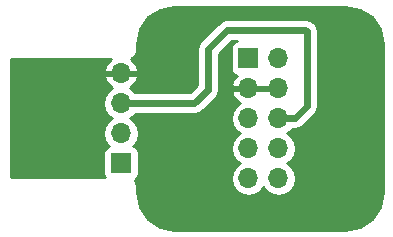
<source format=gbl>
G04 #@! TF.FileFunction,Copper,L2,Bot,Signal*
%FSLAX46Y46*%
G04 Gerber Fmt 4.6, Leading zero omitted, Abs format (unit mm)*
G04 Created by KiCad (PCBNEW 4.0.7) date 07/18/19 16:35:03*
%MOMM*%
%LPD*%
G01*
G04 APERTURE LIST*
%ADD10C,0.100000*%
%ADD11R,1.700000X1.700000*%
%ADD12O,1.700000X1.700000*%
%ADD13C,0.600000*%
%ADD14C,0.254000*%
G04 APERTURE END LIST*
D10*
D11*
X154305000Y-111760000D03*
D12*
X154305000Y-109220000D03*
X154305000Y-106680000D03*
X154305000Y-104140000D03*
D11*
X165100000Y-102870000D03*
D12*
X167640000Y-102870000D03*
X165100000Y-105410000D03*
X167640000Y-105410000D03*
X165100000Y-107950000D03*
X167640000Y-107950000D03*
X165100000Y-110490000D03*
X167640000Y-110490000D03*
X165100000Y-113030000D03*
X167640000Y-113030000D03*
D13*
X167640000Y-107950000D02*
X169037000Y-107950000D01*
X160528000Y-106680000D02*
X154305000Y-106680000D01*
X161671000Y-105537000D02*
X160528000Y-106680000D01*
X161671000Y-102108000D02*
X161671000Y-105537000D01*
X163322000Y-100457000D02*
X161671000Y-102108000D01*
X169926000Y-100457000D02*
X163322000Y-100457000D01*
X170053000Y-100584000D02*
X169926000Y-100457000D01*
X170053000Y-106934000D02*
X170053000Y-100584000D01*
X169037000Y-107950000D02*
X170053000Y-106934000D01*
D14*
G36*
X174535995Y-98748824D02*
X175537196Y-99417804D01*
X176206175Y-100419005D01*
X176455000Y-101669931D01*
X176455000Y-114230069D01*
X176206175Y-115480995D01*
X175537196Y-116482196D01*
X174535995Y-117151176D01*
X173285069Y-117400000D01*
X158819931Y-117400000D01*
X157569005Y-117151175D01*
X156567804Y-116482196D01*
X155898824Y-115480995D01*
X155650000Y-114230069D01*
X155650000Y-113665000D01*
X155595954Y-113393295D01*
X155449953Y-113174787D01*
X155606441Y-113074090D01*
X155751431Y-112861890D01*
X155802440Y-112610000D01*
X155802440Y-110910000D01*
X155758162Y-110674683D01*
X155619090Y-110458559D01*
X155406890Y-110313569D01*
X155339459Y-110299914D01*
X155384147Y-110270054D01*
X155706054Y-109788285D01*
X155819093Y-109220000D01*
X155706054Y-108651715D01*
X155384147Y-108169946D01*
X155054974Y-107950000D01*
X155384147Y-107730054D01*
X155461023Y-107615000D01*
X160528000Y-107615000D01*
X160885809Y-107543827D01*
X161189145Y-107341145D01*
X162332145Y-106198145D01*
X162534827Y-105894809D01*
X162606000Y-105537000D01*
X162606000Y-102495290D01*
X163709290Y-101392000D01*
X164146685Y-101392000D01*
X164014683Y-101416838D01*
X163798559Y-101555910D01*
X163653569Y-101768110D01*
X163602560Y-102020000D01*
X163602560Y-103720000D01*
X163646838Y-103955317D01*
X163785910Y-104171441D01*
X163998110Y-104316431D01*
X164106107Y-104338301D01*
X163828355Y-104643076D01*
X163658524Y-105053110D01*
X163779845Y-105283000D01*
X164973000Y-105283000D01*
X164973000Y-105263000D01*
X165227000Y-105263000D01*
X165227000Y-105283000D01*
X167513000Y-105283000D01*
X167513000Y-105263000D01*
X167767000Y-105263000D01*
X167767000Y-105283000D01*
X167787000Y-105283000D01*
X167787000Y-105537000D01*
X167767000Y-105537000D01*
X167767000Y-105557000D01*
X167513000Y-105557000D01*
X167513000Y-105537000D01*
X165227000Y-105537000D01*
X165227000Y-105557000D01*
X164973000Y-105557000D01*
X164973000Y-105537000D01*
X163779845Y-105537000D01*
X163658524Y-105766890D01*
X163828355Y-106176924D01*
X164218642Y-106605183D01*
X164361553Y-106672298D01*
X164020853Y-106899946D01*
X163698946Y-107381715D01*
X163585907Y-107950000D01*
X163698946Y-108518285D01*
X164020853Y-109000054D01*
X164350026Y-109220000D01*
X164020853Y-109439946D01*
X163698946Y-109921715D01*
X163585907Y-110490000D01*
X163698946Y-111058285D01*
X164020853Y-111540054D01*
X164350026Y-111760000D01*
X164020853Y-111979946D01*
X163698946Y-112461715D01*
X163585907Y-113030000D01*
X163698946Y-113598285D01*
X164020853Y-114080054D01*
X164502622Y-114401961D01*
X165070907Y-114515000D01*
X165129093Y-114515000D01*
X165697378Y-114401961D01*
X166179147Y-114080054D01*
X166370000Y-113794422D01*
X166560853Y-114080054D01*
X167042622Y-114401961D01*
X167610907Y-114515000D01*
X167669093Y-114515000D01*
X168237378Y-114401961D01*
X168719147Y-114080054D01*
X169041054Y-113598285D01*
X169154093Y-113030000D01*
X169041054Y-112461715D01*
X168719147Y-111979946D01*
X168389974Y-111760000D01*
X168719147Y-111540054D01*
X169041054Y-111058285D01*
X169154093Y-110490000D01*
X169041054Y-109921715D01*
X168719147Y-109439946D01*
X168389974Y-109220000D01*
X168719147Y-109000054D01*
X168796023Y-108885000D01*
X169037000Y-108885000D01*
X169394809Y-108813827D01*
X169698145Y-108611145D01*
X170714145Y-107595145D01*
X170916827Y-107291809D01*
X170988000Y-106934000D01*
X170988000Y-100584000D01*
X170916827Y-100226191D01*
X170714145Y-99922855D01*
X170587145Y-99795855D01*
X170283809Y-99593173D01*
X169926000Y-99522000D01*
X163322005Y-99522000D01*
X163322000Y-99521999D01*
X163023556Y-99581364D01*
X162964191Y-99593173D01*
X162733192Y-99747521D01*
X162660855Y-99795855D01*
X161009855Y-101446855D01*
X160807173Y-101750191D01*
X160736000Y-102108000D01*
X160736000Y-105149710D01*
X160140710Y-105745000D01*
X155461023Y-105745000D01*
X155384147Y-105629946D01*
X155043447Y-105402298D01*
X155186358Y-105335183D01*
X155576645Y-104906924D01*
X155746476Y-104496890D01*
X155625155Y-104267000D01*
X154432000Y-104267000D01*
X154432000Y-104287000D01*
X154178000Y-104287000D01*
X154178000Y-104267000D01*
X152984845Y-104267000D01*
X152863524Y-104496890D01*
X153033355Y-104906924D01*
X153423642Y-105335183D01*
X153566553Y-105402298D01*
X153225853Y-105629946D01*
X152903946Y-106111715D01*
X152790907Y-106680000D01*
X152903946Y-107248285D01*
X153225853Y-107730054D01*
X153555026Y-107950000D01*
X153225853Y-108169946D01*
X152903946Y-108651715D01*
X152790907Y-109220000D01*
X152903946Y-109788285D01*
X153225853Y-110270054D01*
X153267452Y-110297850D01*
X153219683Y-110306838D01*
X153003559Y-110445910D01*
X152858569Y-110658110D01*
X152807560Y-110910000D01*
X152807560Y-112610000D01*
X152851838Y-112845317D01*
X152922417Y-112955000D01*
X144982000Y-112955000D01*
X144982000Y-102945000D01*
X153423475Y-102945000D01*
X153033355Y-103373076D01*
X152863524Y-103783110D01*
X152984845Y-104013000D01*
X154178000Y-104013000D01*
X154178000Y-103993000D01*
X154432000Y-103993000D01*
X154432000Y-104013000D01*
X155625155Y-104013000D01*
X155746476Y-103783110D01*
X155576645Y-103373076D01*
X155186358Y-102944817D01*
X155113332Y-102910522D01*
X155211705Y-102890954D01*
X155442046Y-102737046D01*
X155595954Y-102506705D01*
X155650000Y-102235000D01*
X155650000Y-101669931D01*
X155898824Y-100419005D01*
X156567804Y-99417804D01*
X157569005Y-98748825D01*
X158819931Y-98500000D01*
X173285069Y-98500000D01*
X174535995Y-98748824D01*
X174535995Y-98748824D01*
G37*
X174535995Y-98748824D02*
X175537196Y-99417804D01*
X176206175Y-100419005D01*
X176455000Y-101669931D01*
X176455000Y-114230069D01*
X176206175Y-115480995D01*
X175537196Y-116482196D01*
X174535995Y-117151176D01*
X173285069Y-117400000D01*
X158819931Y-117400000D01*
X157569005Y-117151175D01*
X156567804Y-116482196D01*
X155898824Y-115480995D01*
X155650000Y-114230069D01*
X155650000Y-113665000D01*
X155595954Y-113393295D01*
X155449953Y-113174787D01*
X155606441Y-113074090D01*
X155751431Y-112861890D01*
X155802440Y-112610000D01*
X155802440Y-110910000D01*
X155758162Y-110674683D01*
X155619090Y-110458559D01*
X155406890Y-110313569D01*
X155339459Y-110299914D01*
X155384147Y-110270054D01*
X155706054Y-109788285D01*
X155819093Y-109220000D01*
X155706054Y-108651715D01*
X155384147Y-108169946D01*
X155054974Y-107950000D01*
X155384147Y-107730054D01*
X155461023Y-107615000D01*
X160528000Y-107615000D01*
X160885809Y-107543827D01*
X161189145Y-107341145D01*
X162332145Y-106198145D01*
X162534827Y-105894809D01*
X162606000Y-105537000D01*
X162606000Y-102495290D01*
X163709290Y-101392000D01*
X164146685Y-101392000D01*
X164014683Y-101416838D01*
X163798559Y-101555910D01*
X163653569Y-101768110D01*
X163602560Y-102020000D01*
X163602560Y-103720000D01*
X163646838Y-103955317D01*
X163785910Y-104171441D01*
X163998110Y-104316431D01*
X164106107Y-104338301D01*
X163828355Y-104643076D01*
X163658524Y-105053110D01*
X163779845Y-105283000D01*
X164973000Y-105283000D01*
X164973000Y-105263000D01*
X165227000Y-105263000D01*
X165227000Y-105283000D01*
X167513000Y-105283000D01*
X167513000Y-105263000D01*
X167767000Y-105263000D01*
X167767000Y-105283000D01*
X167787000Y-105283000D01*
X167787000Y-105537000D01*
X167767000Y-105537000D01*
X167767000Y-105557000D01*
X167513000Y-105557000D01*
X167513000Y-105537000D01*
X165227000Y-105537000D01*
X165227000Y-105557000D01*
X164973000Y-105557000D01*
X164973000Y-105537000D01*
X163779845Y-105537000D01*
X163658524Y-105766890D01*
X163828355Y-106176924D01*
X164218642Y-106605183D01*
X164361553Y-106672298D01*
X164020853Y-106899946D01*
X163698946Y-107381715D01*
X163585907Y-107950000D01*
X163698946Y-108518285D01*
X164020853Y-109000054D01*
X164350026Y-109220000D01*
X164020853Y-109439946D01*
X163698946Y-109921715D01*
X163585907Y-110490000D01*
X163698946Y-111058285D01*
X164020853Y-111540054D01*
X164350026Y-111760000D01*
X164020853Y-111979946D01*
X163698946Y-112461715D01*
X163585907Y-113030000D01*
X163698946Y-113598285D01*
X164020853Y-114080054D01*
X164502622Y-114401961D01*
X165070907Y-114515000D01*
X165129093Y-114515000D01*
X165697378Y-114401961D01*
X166179147Y-114080054D01*
X166370000Y-113794422D01*
X166560853Y-114080054D01*
X167042622Y-114401961D01*
X167610907Y-114515000D01*
X167669093Y-114515000D01*
X168237378Y-114401961D01*
X168719147Y-114080054D01*
X169041054Y-113598285D01*
X169154093Y-113030000D01*
X169041054Y-112461715D01*
X168719147Y-111979946D01*
X168389974Y-111760000D01*
X168719147Y-111540054D01*
X169041054Y-111058285D01*
X169154093Y-110490000D01*
X169041054Y-109921715D01*
X168719147Y-109439946D01*
X168389974Y-109220000D01*
X168719147Y-109000054D01*
X168796023Y-108885000D01*
X169037000Y-108885000D01*
X169394809Y-108813827D01*
X169698145Y-108611145D01*
X170714145Y-107595145D01*
X170916827Y-107291809D01*
X170988000Y-106934000D01*
X170988000Y-100584000D01*
X170916827Y-100226191D01*
X170714145Y-99922855D01*
X170587145Y-99795855D01*
X170283809Y-99593173D01*
X169926000Y-99522000D01*
X163322005Y-99522000D01*
X163322000Y-99521999D01*
X163023556Y-99581364D01*
X162964191Y-99593173D01*
X162733192Y-99747521D01*
X162660855Y-99795855D01*
X161009855Y-101446855D01*
X160807173Y-101750191D01*
X160736000Y-102108000D01*
X160736000Y-105149710D01*
X160140710Y-105745000D01*
X155461023Y-105745000D01*
X155384147Y-105629946D01*
X155043447Y-105402298D01*
X155186358Y-105335183D01*
X155576645Y-104906924D01*
X155746476Y-104496890D01*
X155625155Y-104267000D01*
X154432000Y-104267000D01*
X154432000Y-104287000D01*
X154178000Y-104287000D01*
X154178000Y-104267000D01*
X152984845Y-104267000D01*
X152863524Y-104496890D01*
X153033355Y-104906924D01*
X153423642Y-105335183D01*
X153566553Y-105402298D01*
X153225853Y-105629946D01*
X152903946Y-106111715D01*
X152790907Y-106680000D01*
X152903946Y-107248285D01*
X153225853Y-107730054D01*
X153555026Y-107950000D01*
X153225853Y-108169946D01*
X152903946Y-108651715D01*
X152790907Y-109220000D01*
X152903946Y-109788285D01*
X153225853Y-110270054D01*
X153267452Y-110297850D01*
X153219683Y-110306838D01*
X153003559Y-110445910D01*
X152858569Y-110658110D01*
X152807560Y-110910000D01*
X152807560Y-112610000D01*
X152851838Y-112845317D01*
X152922417Y-112955000D01*
X144982000Y-112955000D01*
X144982000Y-102945000D01*
X153423475Y-102945000D01*
X153033355Y-103373076D01*
X152863524Y-103783110D01*
X152984845Y-104013000D01*
X154178000Y-104013000D01*
X154178000Y-103993000D01*
X154432000Y-103993000D01*
X154432000Y-104013000D01*
X155625155Y-104013000D01*
X155746476Y-103783110D01*
X155576645Y-103373076D01*
X155186358Y-102944817D01*
X155113332Y-102910522D01*
X155211705Y-102890954D01*
X155442046Y-102737046D01*
X155595954Y-102506705D01*
X155650000Y-102235000D01*
X155650000Y-101669931D01*
X155898824Y-100419005D01*
X156567804Y-99417804D01*
X157569005Y-98748825D01*
X158819931Y-98500000D01*
X173285069Y-98500000D01*
X174535995Y-98748824D01*
M02*

</source>
